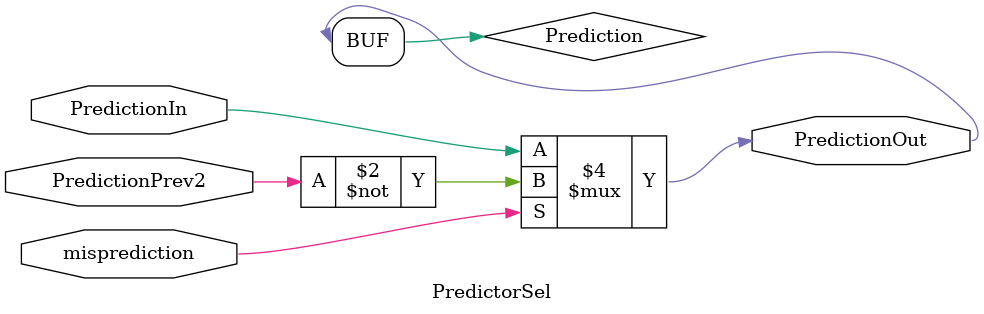
<source format=v>
`timescale 1ns / 1ps


module PredictorSel(
    input PredictionIn,
    input PredictionPrev2,
    input misprediction,
    output PredictionOut
    );
    reg Prediction;
    always@(*)begin
        if (misprediction ) Prediction <=~PredictionPrev2 ;
        else Prediction <=PredictionIn ;
    end 
    assign PredictionOut =Prediction ;
endmodule

</source>
